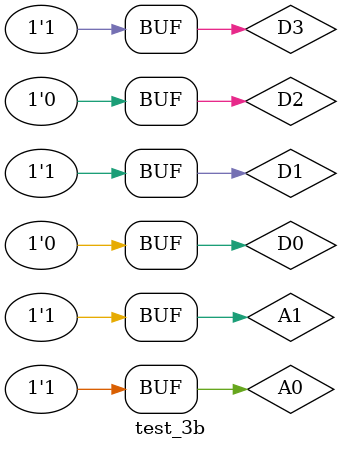
<source format=v>
`timescale 1ns / 1ps


module test_3b;

	// Inputs
	reg A0;
	reg A1;
	reg D0;
	reg D1;
	reg D2;
	reg D3;

	// Outputs
	wire Y;

	// Instantiate the Unit Under Test (UUT)
	lab5_3b uut (
		.A0(A0), 
		.A1(A1), 
		.D0(D0), 
		.D1(D1), 
		.D2(D2), 
		.D3(D3), 
		.Y(Y)
	);

	initial begin
		// Initialize Inputs
		A0 = 0;
		A1 = 0;
		D0 = 0;
		D1 = 1;
		D2 = 0;
		D3 = 1;

		// Wait 100 ns for global reset to finish
		#100;
        
		// Add stimulus here
		A0 = 1;
		A1 = 0;
		#100;
		A0 = 0;
		A1 = 1;
		#100;
		A0 = 1;
		A1 = 1;
	end
      
endmodule


</source>
